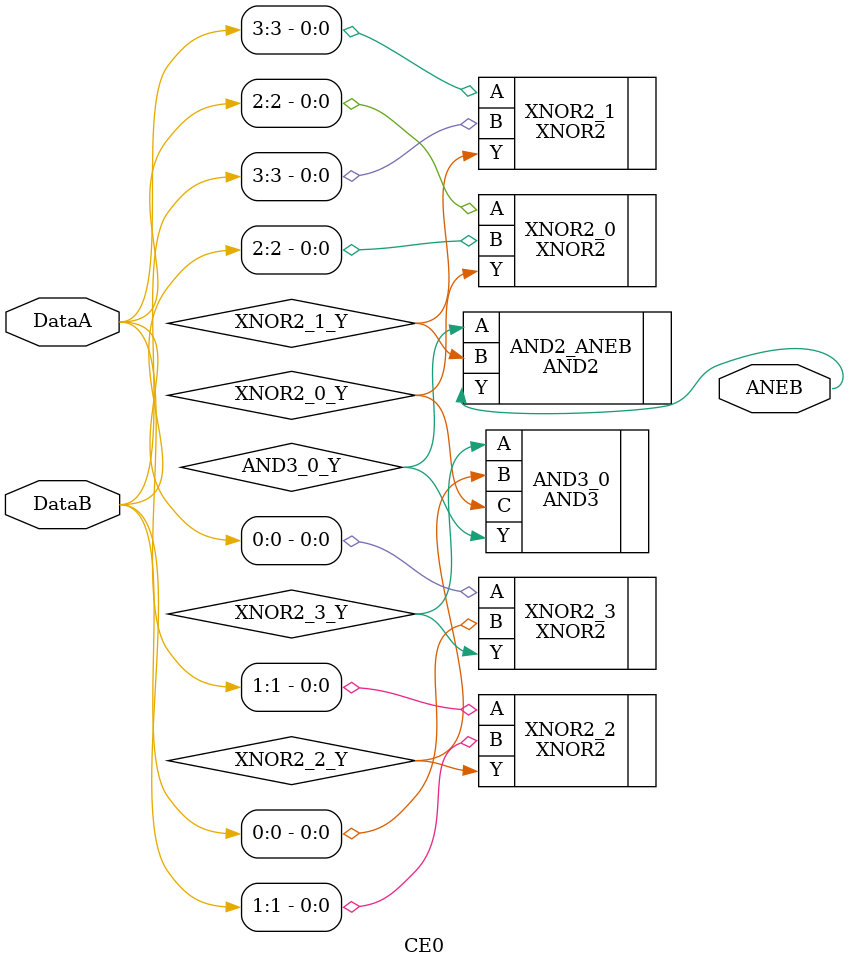
<source format=v>
`timescale 1 ns/100 ps


module CE0(
       DataA,
       DataB,
       ANEB
    );
input  [3:0] DataA;
input  [3:0] DataB;
output ANEB;

    wire XNOR2_3_Y, XNOR2_2_Y, XNOR2_0_Y, XNOR2_1_Y, AND3_0_Y;
    
    XNOR2 XNOR2_3 (.A(DataA[0]), .B(DataB[0]), .Y(XNOR2_3_Y));
    AND3 AND3_0 (.A(XNOR2_3_Y), .B(XNOR2_2_Y), .C(XNOR2_0_Y), .Y(
        AND3_0_Y));
    XNOR2 XNOR2_0 (.A(DataA[2]), .B(DataB[2]), .Y(XNOR2_0_Y));
    XNOR2 XNOR2_2 (.A(DataA[1]), .B(DataB[1]), .Y(XNOR2_2_Y));
    XNOR2 XNOR2_1 (.A(DataA[3]), .B(DataB[3]), .Y(XNOR2_1_Y));
    AND2 AND2_ANEB (.A(AND3_0_Y), .B(XNOR2_1_Y), .Y(ANEB));
    
endmodule

// _Disclaimer: Please leave the following comments in the file, they are for internal purposes only._


// _GEN_File_Contents_

// Version:11.9.0.4
// ACTGENU_CALL:1
// BATCH:T
// FAM:PA3LC
// OUTFORMAT:Verilog
// LPMTYPE:LPM_COMPARE
// LPM_HINT:EQCOMP
// INSERT_PAD:NO
// INSERT_IOREG:NO
// GEN_BHV_VHDL_VAL:F
// GEN_BHV_VERILOG_VAL:F
// MGNTIMER:F
// MGNCMPL:T
// DESDIR:C:/D3120005043_zjh/smartgen\CE0
// GEN_BEHV_MODULE:F
// SMARTGEN_DIE:IS2X2M1
// SMARTGEN_PACKAGE:vq100
// AGENIII_IS_SUBPROJECT_LIBERO:T
// WIDTH:4
// REPRESENTATION:UNSIGNED
// GEQRHS_POLARITY:1
// ANEB_POLARITY:0

// _End_Comments_


</source>
